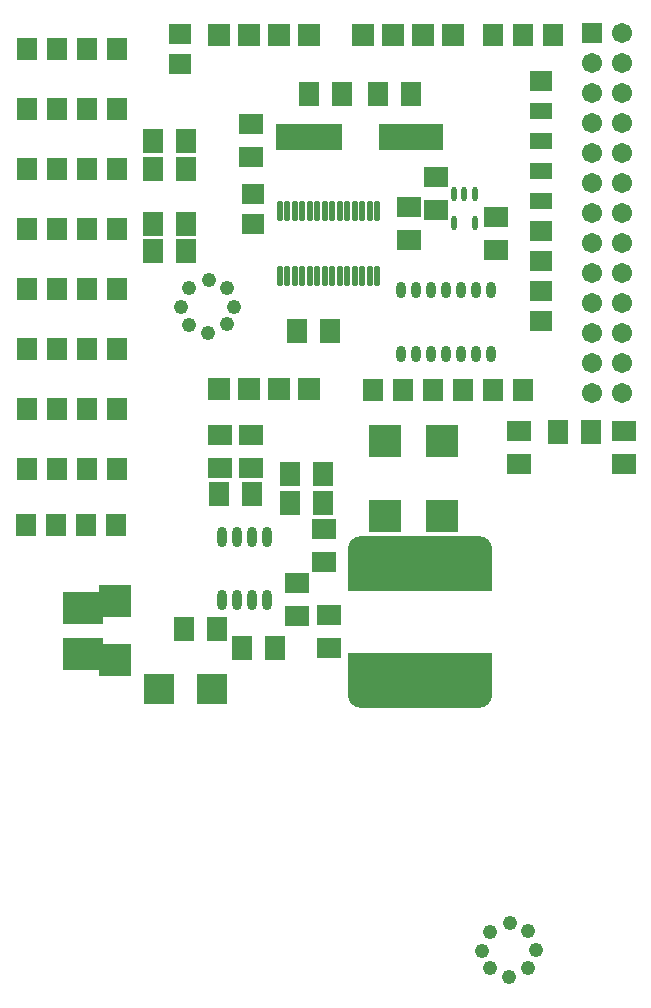
<source format=gts>
G04 Layer_Color=8388736*
%FSAX25Y25*%
%MOIN*%
G70*
G01*
G75*
%ADD75O,0.03162X0.05524*%
G04:AMPARAMS|DCode=76|XSize=480.44mil|YSize=165.48mil|CornerRadius=43.37mil|HoleSize=0mil|Usage=FLASHONLY|Rotation=180.000|XOffset=0mil|YOffset=0mil|HoleType=Round|Shape=RoundedRectangle|*
%AMROUNDEDRECTD76*
21,1,0.48044,0.07874,0,0,180.0*
21,1,0.39370,0.16548,0,0,180.0*
1,1,0.08674,-0.19685,0.03937*
1,1,0.08674,0.19685,0.03937*
1,1,0.08674,0.19685,-0.03937*
1,1,0.08674,-0.19685,-0.03937*
%
%ADD76ROUNDEDRECTD76*%
%ADD77R,0.48044X0.08300*%
%ADD78R,0.07099X0.07887*%
%ADD79R,0.22300X0.08800*%
%ADD80R,0.21800X0.08800*%
%ADD81O,0.02000X0.04800*%
%ADD82O,0.03162X0.06861*%
%ADD83R,0.09855X0.09855*%
%ADD84R,0.10800X0.11036*%
%ADD85O,0.02000X0.07100*%
%ADD86R,0.07887X0.07099*%
%ADD87R,0.07800X0.06800*%
%ADD88R,0.07800X0.07800*%
%ADD89R,0.06800X0.07800*%
%ADD90R,0.13398X0.10800*%
%ADD91R,0.10800X0.10800*%
%ADD92C,0.04800*%
%ADD93R,0.07800X0.05800*%
%ADD94C,0.06706*%
%ADD95R,0.06706X0.06706*%
D75*
X1577500Y1196570D02*
D03*
X1582500D02*
D03*
X1587500D02*
D03*
X1592500D02*
D03*
X1597500D02*
D03*
X1602500D02*
D03*
X1607500D02*
D03*
X1577500Y1217830D02*
D03*
X1582500D02*
D03*
X1587500D02*
D03*
X1592500D02*
D03*
X1597500D02*
D03*
X1602500D02*
D03*
X1607500D02*
D03*
D76*
X1583800Y1086800D02*
D03*
Y1127500D02*
D03*
D77*
Y1121400D02*
D03*
Y1092600D02*
D03*
D78*
X1629888Y1170500D02*
D03*
X1640912D02*
D03*
X1540588Y1156300D02*
D03*
X1551612D02*
D03*
X1516412Y1104800D02*
D03*
X1505388D02*
D03*
X1542988Y1204000D02*
D03*
X1554012D02*
D03*
X1580912Y1283000D02*
D03*
X1569888D02*
D03*
X1546888D02*
D03*
X1557912D02*
D03*
X1494988Y1258200D02*
D03*
X1506012D02*
D03*
Y1239700D02*
D03*
X1494988D02*
D03*
X1506012Y1230800D02*
D03*
X1494988D02*
D03*
X1506012Y1267300D02*
D03*
X1494988D02*
D03*
X1540588Y1146800D02*
D03*
X1551612D02*
D03*
X1516888Y1149700D02*
D03*
X1527912D02*
D03*
X1535712Y1098300D02*
D03*
X1524688D02*
D03*
D79*
X1546900Y1268900D02*
D03*
D80*
X1580900D02*
D03*
D81*
X1602200Y1249900D02*
D03*
X1598700D02*
D03*
X1595200D02*
D03*
Y1240000D02*
D03*
X1602200D02*
D03*
D82*
X1517800Y1114500D02*
D03*
X1522800D02*
D03*
X1527800D02*
D03*
X1532800D02*
D03*
X1517800Y1135500D02*
D03*
X1522800D02*
D03*
X1532800D02*
D03*
X1527800D02*
D03*
D83*
X1514758Y1084787D02*
D03*
X1497042D02*
D03*
D84*
X1591300Y1167498D02*
D03*
Y1142302D02*
D03*
X1572100Y1167498D02*
D03*
Y1142302D02*
D03*
D85*
X1569700Y1244100D02*
D03*
X1567200D02*
D03*
X1564700D02*
D03*
X1562200D02*
D03*
X1559700D02*
D03*
X1557200D02*
D03*
X1554700D02*
D03*
X1552200D02*
D03*
X1549700D02*
D03*
X1547200D02*
D03*
X1544700D02*
D03*
X1542200D02*
D03*
X1539700D02*
D03*
X1537200D02*
D03*
X1569700Y1222400D02*
D03*
X1567200D02*
D03*
X1564700D02*
D03*
X1562200D02*
D03*
X1559700D02*
D03*
X1557200D02*
D03*
X1554700D02*
D03*
X1552200D02*
D03*
X1549700D02*
D03*
X1547200D02*
D03*
X1544700D02*
D03*
X1542200D02*
D03*
X1539700D02*
D03*
X1537200D02*
D03*
D86*
X1589200Y1244488D02*
D03*
Y1255512D02*
D03*
X1580300Y1234288D02*
D03*
Y1245312D02*
D03*
X1609100Y1242212D02*
D03*
Y1231188D02*
D03*
X1527500Y1261988D02*
D03*
Y1273012D02*
D03*
X1617000Y1159788D02*
D03*
Y1170812D02*
D03*
X1542900Y1108988D02*
D03*
Y1120012D02*
D03*
X1553500Y1098288D02*
D03*
Y1109312D02*
D03*
X1652000Y1159888D02*
D03*
Y1170912D02*
D03*
X1517200Y1158388D02*
D03*
Y1169412D02*
D03*
X1527500Y1158288D02*
D03*
Y1169312D02*
D03*
X1552000Y1138212D02*
D03*
Y1127188D02*
D03*
D87*
X1528300Y1239600D02*
D03*
Y1249600D02*
D03*
X1503900Y1293000D02*
D03*
Y1303000D02*
D03*
X1624300Y1207500D02*
D03*
Y1287500D02*
D03*
Y1237500D02*
D03*
Y1227500D02*
D03*
Y1217500D02*
D03*
D88*
X1516890Y1184610D02*
D03*
X1526890D02*
D03*
X1536890D02*
D03*
X1546890D02*
D03*
X1516990Y1302610D02*
D03*
X1526990D02*
D03*
X1536990D02*
D03*
X1546990D02*
D03*
X1594990D02*
D03*
X1584990D02*
D03*
X1574990D02*
D03*
X1564990D02*
D03*
D89*
X1628300Y1302700D02*
D03*
X1618300D02*
D03*
X1608300D02*
D03*
X1618200Y1184500D02*
D03*
X1608200D02*
D03*
X1598200D02*
D03*
X1588200D02*
D03*
X1578200D02*
D03*
X1568200D02*
D03*
X1452900Y1158100D02*
D03*
X1462900D02*
D03*
X1472900D02*
D03*
X1482900D02*
D03*
Y1198100D02*
D03*
X1472900D02*
D03*
X1462900D02*
D03*
X1452900D02*
D03*
X1482900Y1238100D02*
D03*
X1472900D02*
D03*
X1462900D02*
D03*
X1452900D02*
D03*
X1482900Y1278100D02*
D03*
X1472900D02*
D03*
X1462900D02*
D03*
X1452900D02*
D03*
X1482900Y1298100D02*
D03*
X1472900D02*
D03*
X1462900D02*
D03*
X1452900D02*
D03*
X1482900Y1178100D02*
D03*
X1472900D02*
D03*
X1462900D02*
D03*
X1452900D02*
D03*
X1482900Y1218100D02*
D03*
X1472900D02*
D03*
X1462900D02*
D03*
X1452900D02*
D03*
X1482900Y1258100D02*
D03*
X1472900D02*
D03*
X1462900D02*
D03*
X1452900D02*
D03*
X1482500Y1139500D02*
D03*
X1472500D02*
D03*
X1462500D02*
D03*
X1452500D02*
D03*
D90*
X1471600Y1111860D02*
D03*
Y1096560D02*
D03*
D91*
X1482400Y1114260D02*
D03*
Y1094460D02*
D03*
D92*
X1506830Y1206140D02*
D03*
X1519530Y1206340D02*
D03*
X1506830Y1218340D02*
D03*
X1519530Y1218440D02*
D03*
X1513130Y1203340D02*
D03*
X1522030Y1212140D02*
D03*
X1513530Y1221140D02*
D03*
X1504130Y1211940D02*
D03*
X1604530Y0997440D02*
D03*
X1613930Y1006640D02*
D03*
X1622430Y0997640D02*
D03*
X1613530Y0988840D02*
D03*
X1619930Y1003940D02*
D03*
X1607230Y1003840D02*
D03*
X1619930Y0991840D02*
D03*
X1607230Y0991640D02*
D03*
D93*
X1624300Y1277500D02*
D03*
Y1267500D02*
D03*
Y1257500D02*
D03*
Y1247500D02*
D03*
D94*
X1651200Y1183300D02*
D03*
X1641200D02*
D03*
X1651200Y1193300D02*
D03*
X1641200D02*
D03*
X1651200Y1203300D02*
D03*
X1641200D02*
D03*
X1651200Y1213300D02*
D03*
X1641200D02*
D03*
X1651200Y1223300D02*
D03*
X1641200D02*
D03*
X1651200Y1233300D02*
D03*
X1641200D02*
D03*
X1651200Y1243300D02*
D03*
X1641200D02*
D03*
X1651200Y1253300D02*
D03*
X1641200D02*
D03*
X1651200Y1263300D02*
D03*
X1641200D02*
D03*
X1651200Y1273300D02*
D03*
X1641200D02*
D03*
X1651200Y1283300D02*
D03*
X1641200D02*
D03*
X1651200Y1293300D02*
D03*
X1641200D02*
D03*
X1651200Y1303300D02*
D03*
D95*
X1641200D02*
D03*
M02*

</source>
